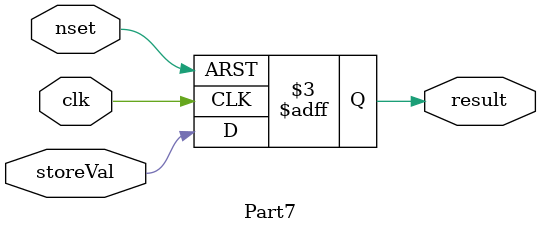
<source format=sv>
module Part7(output logic result,
             input logic storeVal,
             input logic clk,
             input logic nset);

   always_ff @(posedge clk, negedge nset)
      if (!nset)
         result <= 1'b1;
      else
         result <= storeVal;

endmodule

</source>
